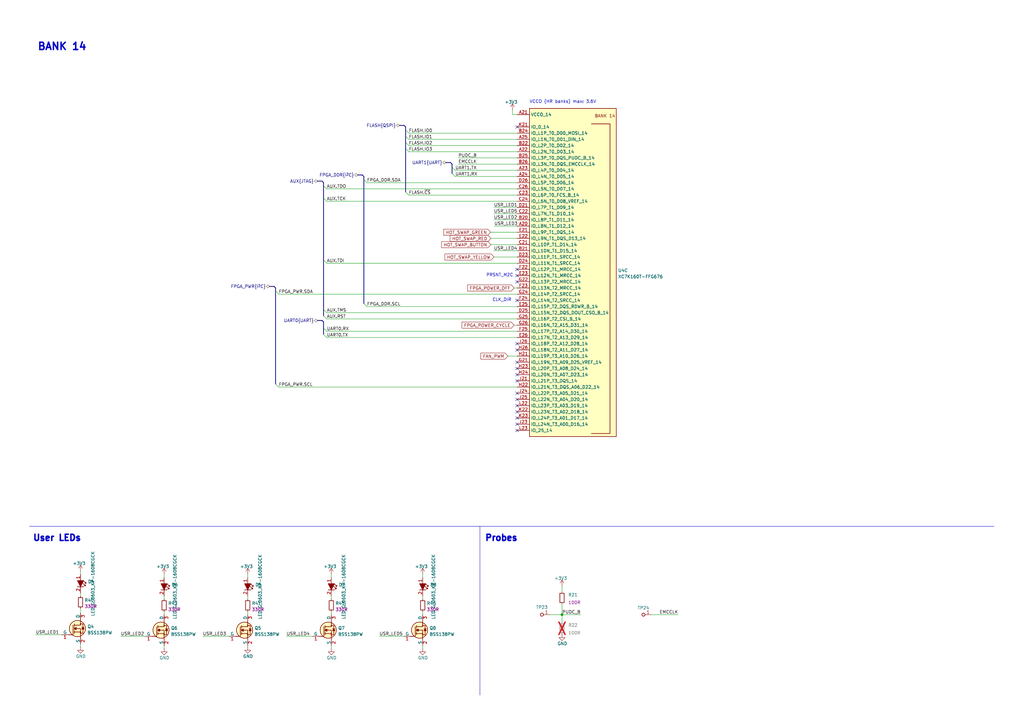
<source format=kicad_sch>
(kicad_sch (version 20230121) (generator eeschema)
  (paper "A3")
  (title_block (title "SO-DIMM DDR5 Tester") (date "2024-04-23") (rev "1.2.0") (comment 1 "www.antmicro.com") (comment 2 "Antmicro Ltd"))
  (junction (at 230.505 252.095))
  (no_connect (at 212.09 140.97))
  (no_connect (at 212.09 168.91))
  (no_connect (at 212.09 171.45))
  (no_connect (at 212.09 153.67))
  (no_connect (at 212.09 52.07))
  (no_connect (at 212.09 123.19))
  (no_connect (at 212.09 115.57))
  (no_connect (at 212.09 176.53))
  (no_connect (at 212.09 151.13))
  (no_connect (at 212.09 156.21))
  (no_connect (at 212.09 143.51))
  (no_connect (at 212.09 148.59))
  (no_connect (at 212.09 110.49))
  (no_connect (at 212.09 113.03))
  (no_connect (at 212.09 173.99))
  (no_connect (at 212.09 161.29))
  (no_connect (at 212.09 166.37))
  (no_connect (at 212.09 163.83))
  (bus_entry (at 132.715 134.62) (size 1.27 1.27))
  (bus_entry (at 185.42 68.58) (size 1.27 1.27))
  (bus_entry (at 132.715 106.68) (size 1.27 1.27))
  (bus_entry (at 166.37 60.96) (size 1.27 1.27))
  (bus_entry (at 132.715 137.16) (size 1.27 1.27))
  (bus_entry (at 166.37 58.42) (size 1.27 1.27))
  (bus_entry (at 132.715 81.28) (size 1.27 1.27))
  (bus_entry (at 113.03 157.48) (size 1.27 1.27))
  (bus_entry (at 149.225 73.66) (size 1.27 1.27))
  (bus_entry (at 149.225 124.46) (size 1.27 1.27))
  (bus_entry (at 185.42 71.12) (size 1.27 1.27))
  (bus_entry (at 113.03 119.38) (size 1.27 1.27))
  (bus_entry (at 132.715 76.2) (size 1.27 1.27))
  (bus_entry (at 166.37 53.34) (size 1.27 1.27))
  (bus_entry (at 132.715 129.54) (size 1.27 1.27))
  (bus_entry (at 132.715 127) (size 1.27 1.27))
  (bus_entry (at 166.37 78.74) (size 1.27 1.27))
  (bus_entry (at 166.37 55.88) (size 1.27 1.27))
  (wire (pts (xy 267.081 252.095) (xy 278.13 252.095)))
  (bus (pts (xy 112.395 117.475) (xy 113.03 118.11)))
  (wire (pts (xy 67.31 250.825) (xy 67.31 252.095)))
  (wire (pts (xy 167.64 54.61) (xy 212.09 54.61)))
  (wire (pts (xy 167.64 57.15) (xy 212.09 57.15)))
  (wire (pts (xy 67.31 244.475) (xy 67.31 245.745)))
  (wire (pts (xy 173.355 244.475) (xy 173.355 245.745)))
  (bus (pts (xy 146.685 71.755) (xy 148.59 71.755)))
  (wire (pts (xy 202.565 85.09) (xy 212.09 85.09)))
  (wire (pts (xy 155.575 260.985) (xy 165.735 260.985)))
  (bus (pts (xy 130.175 131.445) (xy 132.08 131.445)))
  (bus (pts (xy 163.83 51.435) (xy 165.735 51.435)))
  (bus (pts (xy 149.225 73.66) (xy 149.225 124.46)))
  (wire (pts (xy 33.02 249.555) (xy 33.02 251.46)))
  (bus (pts (xy 132.08 74.295) (xy 132.715 74.93)))
  (wire (pts (xy 210.82 133.35) (xy 212.09 133.35)))
  (wire (pts (xy 202.692 92.71) (xy 212.09 92.71)))
  (wire (pts (xy 186.69 69.85) (xy 212.09 69.85)))
  (wire (pts (xy 202.565 105.41) (xy 212.09 105.41)))
  (wire (pts (xy 173.355 250.825) (xy 173.355 252.095)))
  (wire (pts (xy 135.89 250.825) (xy 135.89 252.095)))
  (bus (pts (xy 130.175 74.295) (xy 132.08 74.295)))
  (bus (pts (xy 132.715 74.93) (xy 132.715 76.2)))
  (wire (pts (xy 33.02 264.16) (xy 33.02 265.43)))
  (wire (pts (xy 201.295 97.79) (xy 212.09 97.79)))
  (wire (pts (xy 33.02 243.205) (xy 33.02 244.475)))
  (bus (pts (xy 166.37 52.07) (xy 166.37 53.34)))
  (wire (pts (xy 101.6 235.585) (xy 101.6 236.855)))
  (wire (pts (xy 101.6 250.825) (xy 101.6 252.095)))
  (wire (pts (xy 230.505 240.411) (xy 230.505 242.697)))
  (wire (pts (xy 187.96 64.77) (xy 212.09 64.77)))
  (wire (pts (xy 167.64 59.69) (xy 212.09 59.69)))
  (bus (pts (xy 110.49 117.475) (xy 112.395 117.475)))
  (bus (pts (xy 113.03 118.11) (xy 113.03 119.38)))
  (bus (pts (xy 132.08 131.445) (xy 132.715 132.08)))
  (wire (pts (xy 135.89 244.475) (xy 135.89 245.745)))
  (bus (pts (xy 132.715 81.28) (xy 132.715 106.68)))
  (wire (pts (xy 208.28 146.05) (xy 212.09 146.05)))
  (wire (pts (xy 101.6 264.795) (xy 101.6 265.43)))
  (wire (pts (xy 49.53 260.985) (xy 59.69 260.985)))
  (polyline (pts (xy 196.85 215.9) (xy 407.67 215.9)))
  (wire (pts (xy 201.295 100.33) (xy 212.09 100.33)))
  (bus (pts (xy 182.88 66.675) (xy 184.785 66.675)))
  (wire (pts (xy 135.89 264.795) (xy 135.89 266.065)))
  (wire (pts (xy 150.495 125.73) (xy 212.09 125.73)))
  (bus (pts (xy 132.715 106.68) (xy 132.715 127)))
  (wire (pts (xy 133.985 82.55) (xy 212.09 82.55)))
  (wire (pts (xy 167.64 80.01) (xy 212.09 80.01)))
  (wire (pts (xy 187.96 67.31) (xy 212.09 67.31)))
  (wire (pts (xy 14.605 260.35) (xy 25.4 260.35)))
  (wire (pts (xy 133.985 135.89) (xy 212.09 135.89)))
  (wire (pts (xy 133.985 138.43) (xy 212.09 138.43)))
  (wire (pts (xy 173.355 264.795) (xy 173.355 266.065)))
  (bus (pts (xy 185.42 67.31) (xy 185.42 68.58)))
  (wire (pts (xy 83.185 260.985) (xy 93.98 260.985)))
  (wire (pts (xy 210.185 46.99) (xy 212.09 46.99)))
  (bus (pts (xy 184.785 66.675) (xy 185.42 67.31)))
  (bus (pts (xy 165.735 51.435) (xy 166.37 52.07)))
  (bus (pts (xy 132.715 134.62) (xy 132.715 137.16)))
  (bus (pts (xy 113.03 119.38) (xy 113.03 157.48)))
  (wire (pts (xy 230.505 247.777) (xy 230.505 252.095)))
  (bus (pts (xy 132.715 76.2) (xy 132.715 81.28)))
  (wire (pts (xy 230.505 255.143) (xy 230.505 252.095)))
  (bus (pts (xy 132.715 132.08) (xy 132.715 134.62)))
  (wire (pts (xy 133.985 77.47) (xy 212.09 77.47)))
  (wire (pts (xy 114.3 158.75) (xy 212.09 158.75)))
  (wire (pts (xy 210.82 118.11) (xy 212.09 118.11)))
  (wire (pts (xy 186.69 72.39) (xy 212.09 72.39)))
  (bus (pts (xy 166.37 60.96) (xy 166.37 78.74)))
  (bus (pts (xy 148.59 71.755) (xy 149.225 72.39)))
  (bus (pts (xy 149.225 72.39) (xy 149.225 73.66)))
  (polyline (pts (xy 12.065 215.9) (xy 196.85 215.9)))
  (wire (pts (xy 114.3 120.65) (xy 212.09 120.65)))
  (wire (pts (xy 67.31 264.795) (xy 67.31 266.065)))
  (wire (pts (xy 225.425 252.095) (xy 230.505 252.095)))
  (wire (pts (xy 33.02 234.315) (xy 33.02 235.585)))
  (bus (pts (xy 185.42 68.58) (xy 185.42 71.12)))
  (polyline (pts (xy 196.85 285.115) (xy 196.85 215.9)))
  (wire (pts (xy 210.185 45.085) (xy 210.185 46.99)))
  (bus (pts (xy 166.37 53.34) (xy 166.37 55.88)))
  (wire (pts (xy 202.565 87.63) (xy 212.09 87.63)))
  (bus (pts (xy 166.37 55.88) (xy 166.37 58.42)))
  (wire (pts (xy 133.985 128.27) (xy 212.09 128.27)))
  (wire (pts (xy 202.565 102.87) (xy 212.09 102.87)))
  (wire (pts (xy 167.64 62.23) (xy 212.09 62.23)))
  (bus (pts (xy 166.37 58.42) (xy 166.37 60.96)))
  (wire (pts (xy 67.31 235.585) (xy 67.31 236.855)))
  (wire (pts (xy 135.89 235.585) (xy 135.89 236.855)))
  (wire (pts (xy 230.505 252.095) (xy 238.125 252.095)))
  (wire (pts (xy 117.475 260.985) (xy 128.27 260.985)))
  (bus (pts (xy 132.715 127) (xy 132.715 129.54)))
  (wire (pts (xy 201.168 95.25) (xy 212.09 95.25)))
  (wire (pts (xy 150.495 74.93) (xy 212.09 74.93)))
  (wire (pts (xy 133.985 107.95) (xy 212.09 107.95)))
  (wire (pts (xy 202.565 90.17) (xy 212.09 90.17)))
  (wire (pts (xy 133.985 130.81) (xy 212.09 130.81)))
  (wire (pts (xy 173.355 235.585) (xy 173.355 236.855)))
  (wire (pts (xy 101.6 244.475) (xy 101.6 245.745)))
  (text "User LEDs" (at 13.335 222.25 0) (effects (font (size 2.54 2.54) (thickness 0.5994) bold) (justify left bottom)))
  (text "CLK_DIR" (at 201.93 123.825 0) (effects (font (size 1.27 1.27)) (justify left bottom)))
  (text "PRSNT_M2C" (at 199.39 113.665 0) (effects (font (size 1.27 1.27)) (justify left bottom)))
  (text "Probes" (at 198.755 222.25 0) (effects (font (size 2.54 2.54) (thickness 0.5994) bold) (justify left bottom)))
  (text "BANK 14" (at 15.24 20.955 0) (effects (font (size 2.9972 2.9972) (thickness 0.5994) bold) (justify left bottom)))
  (text "VCCO (HR banks) max: 3.6V" (at 217.17 42.545 0) (effects (font (size 1.27 1.27)) (justify left bottom)))
  (label "USR_LED5" (at 202.565 87.63 0))
  (label "FPGA_DDR.SDA" (at 150.495 74.93 0))
  (label "EMCCLK" (at 187.96 67.31 0))
  (label "USR_LED3" (at 83.185 260.985 0))
  (label "USR_LED2" (at 202.565 90.17 0))
  (label "FLASH.IO1" (at 167.64 57.15 0))
  (label "FPGA_PWR.SCL" (at 114.3 158.75 0))
  (label "EMCCLK" (at 278.13 252.095 180))
  (label "UART1.RX" (at 186.69 72.39 0))
  (label "FLASH.IO0" (at 167.64 54.61 0))
  (label "FPGA_DDR.SCL" (at 150.495 125.73 0))
  (label "USR_LED1" (at 14.605 260.35 0))
  (label "USR_LED3" (at 202.692 92.71 0))
  (label "USR_LED1" (at 202.565 85.09 0))
  (label "PUDC_B" (at 238.125 252.095 180))
  (label "FLASH.~{CS}" (at 167.64 80.01 0))
  (label "FPGA_PWR.SDA" (at 114.3 120.65 0))
  (label "USR_LED4" (at 202.565 102.87 0))
  (label "AUX.RST" (at 133.985 130.81 0))
  (label "UART0.TX" (at 133.985 138.43 0))
  (label "FLASH.IO2" (at 167.64 59.69 0))
  (label "AUX.TCK" (at 133.985 82.55 0))
  (label "UART0.RX" (at 133.985 135.89 0))
  (label "AUX.TMS" (at 133.985 128.27 0))
  (label "FLASH.IO3" (at 167.64 62.23 0))
  (label "USR_LED5" (at 155.575 260.985 0))
  (label "PUDC_B" (at 187.96 64.77 0))
  (label "USR_LED4" (at 117.475 260.985 0))
  (label "USR_LED2" (at 49.53 260.985 0))
  (label "UART1.TX" (at 186.69 69.85 0))
  (label "AUX.TDI" (at 133.985 107.95 0))
  (label "AUX.TDO" (at 133.985 77.47 0))
  (global_label "HOT_SWAP_YELLOW" (shape input) (at 202.565 105.41 180) (property "Intersheetrefs" "${INTERSHEET_REFS}" (at 182.5818 105.3306 0) (effects (justify right))))
  (global_label "FPGA_POWER_OFF" (shape input) (at 210.82 118.11 180) (property "Intersheetrefs" "${INTERSHEET_REFS}" (at 191.8648 118.0306 0) (effects (justify right))))
  (global_label "FPGA_POWER_CYCLE" (shape input) (at 210.82 133.35 180) (property "Intersheetrefs" "${INTERSHEET_REFS}" (at 189.5668 133.2706 0) (effects (justify right))))
  (global_label "HOT_SWAP_GREEN" (shape input) (at 201.168 95.25 180) (property "Intersheetrefs" "${INTERSHEET_REFS}" (at 182.0919 95.1706 0) (effects (justify right))))
  (global_label "HOT_SWAP_RED" (shape input) (at 201.295 97.79 180) (property "Intersheetrefs" "${INTERSHEET_REFS}" (at 184.6984 97.7106 0) (effects (justify right))))
  (global_label "HOT_SWAP_BUTTON" (shape input) (at 201.295 100.33 180) (property "Intersheetrefs" "${INTERSHEET_REFS}" (at 181.1908 100.4094 0) (effects (justify right))))
  (global_label "FAN_PWM" (shape input) (at 208.28 146.05 180) (property "Intersheetrefs" "${INTERSHEET_REFS}" (at 197.3077 145.9706 0) (effects (justify right))))
  (hierarchical_label "AUX{JTAG}" (shape bidirectional) (at 130.175 74.295 180))
  (hierarchical_label "FPGA_DDR{I^{2}C}" (shape bidirectional) (at 146.685 71.755 180))
  (hierarchical_label "FLASH{QSPI}" (shape bidirectional) (at 163.83 51.435 180))
  (hierarchical_label "UART1{UART}" (shape bidirectional) (at 182.88 66.675 180))
  (hierarchical_label "UART0{UART}" (shape bidirectional) (at 130.175 131.445 180))
  (hierarchical_label "FPGA_PWR{I^{2}C}" (shape bidirectional) (at 110.49 117.475 180))
  (symbol (lib_id "antmicroTestPoints:TP_1mm_SMD") (at 267.081 252.095 180) (unit 1)
    (property "Reference" "TP24" (at 263.906 249.301 0))
    (property "Value" "TP_1mm_SMD" (effects hide))
    (property "Footprint" "antmicro-footprints:TP_SMD_1mm" (effects hide))
    (property "Author" "Antmicro" (effects hide))
    (property "License" "Apache-2.0" (effects hide))
  )
  (symbol (lib_id "antmicroResistors0402:R_330R_0402") (at 135.89 245.745 270) (unit 1)
    (property "Reference" "R45" (at 137.541 247.4544 90) (effects (justify left)))
    (property "Value" "R_330R_0402" (effects hide))
    (property "Footprint" "antmicro-footprints:R_0402_1005Metric" (effects hide))
    (property "Datasheet" "https://www.bourns.com/docs/product-datasheets/cr.pdf" (effects hide))
    (property "Manufacturer" "Bourns" (effects hide))
    (property "MPN" "CR0402-FX-3300GLF" (effects hide))
    (property "Val" "330R" (at 137.541 249.9847 90) (effects (justify left)))
    (property "License" "Apache-2.0" (effects hide))
    (property "Author" "Antmicro" (effects hide))
    (property "Tolerance" "1%" (effects hide))
  )
  (symbol (lib_id "antmicroTransistorsFETsMOSFETsSingle:BSS138PW") (at 128.27 260.985 0) (unit 1)
    (property "Reference" "Q7" (at 138.684 257.6144 0) (effects (justify left)))
    (property "Value" "BSS138PW" (at 138.684 260.1447 0) (effects (justify left)))
    (property "Footprint" "antmicro-footprints:SC70-3" (effects hide))
    (property "Datasheet" "https://assets.nexperia.com/documents/data-sheet/BSS138PW.pdf" (effects hide))
    (property "MPN" "BSS138PW" (effects hide))
    (property "Manufacturer" "Nexperia" (effects hide))
    (property "Author" "Antmicro" (effects hide))
    (property "License" "Apache-2.0" (effects hide))
  )
  (symbol (lib_id "antmicroTransistorsFETsMOSFETsSingle:BSS138PW") (at 25.4 260.35 0) (unit 1)
    (property "Reference" "Q4" (at 35.814 256.9794 0) (effects (justify left)))
    (property "Value" "BSS138PW" (at 35.814 259.5097 0) (effects (justify left)))
    (property "Footprint" "antmicro-footprints:SC70-3" (effects hide))
    (property "Datasheet" "https://assets.nexperia.com/documents/data-sheet/BSS138PW.pdf" (effects hide))
    (property "MPN" "BSS138PW" (effects hide))
    (property "Manufacturer" "Nexperia" (effects hide))
    (property "Author" "Antmicro" (effects hide))
    (property "License" "Apache-2.0" (effects hide))
  )
  (symbol (lib_id "antmicroResistors0402:R_100R_0402") (at 230.505 255.143 270) (unit 1) (in_bom no) (dnp yes)
    (property "Reference" "R22" (at 233.045 256.413 90) (effects (justify left)))
    (property "Value" "R_100R_0402" (effects hide))
    (property "Footprint" "antmicro-footprints:R_0402_1005Metric" (effects hide))
    (property "Datasheet" "https://www.bourns.com/docs/product-datasheets/cr.pdf" (effects hide))
    (property "Manufacturer" "Bourns" (effects hide))
    (property "MPN" "CR0402-FX-1000GLF" (effects hide))
    (property "Val" "100R" (at 233.045 259.5879 90) (effects (justify left)))
    (property "License" "Apache-2.0" (effects hide))
    (property "Author" "Antmicro" (effects hide))
    (property "Tolerance" "1%" (effects hide))
    (property "DNP" "DNP" (at 230.505 257.683 0))
  )
  (symbol (lib_id "antmicropower:+3V3") (at 210.185 45.085 0) (unit 1)
    (property "Reference" "#PWR0237" (effects hide))
    (property "Value" "+3V3" (at 207.01 42.545 0) (effects (justify left bottom)))
    (property "Author" "Antmicro" (effects hide))
    (property "License" "Apache-2.0" (effects hide))
  )
  (symbol (lib_id "antmicroResistors0402:R_330R_0402") (at 173.355 245.745 270) (unit 1)
    (property "Reference" "R46" (at 175.006 247.4544 90) (effects (justify left)))
    (property "Value" "R_330R_0402" (effects hide))
    (property "Footprint" "antmicro-footprints:R_0402_1005Metric" (effects hide))
    (property "Datasheet" "https://www.bourns.com/docs/product-datasheets/cr.pdf" (effects hide))
    (property "Manufacturer" "Bourns" (effects hide))
    (property "MPN" "CR0402-FX-3300GLF" (effects hide))
    (property "Val" "330R" (at 175.006 249.9847 90) (effects (justify left)))
    (property "License" "Apache-2.0" (effects hide))
    (property "Author" "Antmicro" (effects hide))
    (property "Tolerance" "1%" (effects hide))
  )
  (symbol (lib_id "antmicropower:+3V3") (at 33.02 234.315 0) (unit 1)
    (property "Reference" "#PWR0427" (effects hide))
    (property "Value" "+3V3" (at 29.845 231.775 0) (effects (justify left bottom)))
    (property "Author" "Antmicro" (effects hide))
    (property "License" "Apache-2.0" (effects hide))
  )
  (symbol (lib_id "antmicropower:GND") (at 33.02 265.43 0) (unit 1)
    (property "Reference" "#PWR0428" (effects hide))
    (property "Value" "GND" (at 31.115 269.875 0) (effects (justify left bottom)))
    (property "Author" "Antmicro" (effects hide))
    (property "License" "Apache-2.0" (effects hide))
  )
  (symbol (lib_id "antmicropower:+3V3") (at 173.355 235.585 0) (unit 1)
    (property "Reference" "#PWR0433" (effects hide))
    (property "Value" "+3V3" (at 170.18 233.045 0) (effects (justify left bottom)))
    (property "Author" "Antmicro" (effects hide))
    (property "License" "Apache-2.0" (effects hide))
  )
  (symbol (lib_id "antmicropower:+3V3") (at 135.89 235.585 0) (unit 1)
    (property "Reference" "#PWR0435" (effects hide))
    (property "Value" "+3V3" (at 132.715 233.045 0) (effects (justify left bottom)))
    (property "Author" "Antmicro" (effects hide))
    (property "License" "Apache-2.0" (effects hide))
  )
  (symbol (lib_id "antmicroTestPoints:TP_1mm_SMD") (at 225.425 252.095 180) (unit 1)
    (property "Reference" "TP23" (at 222.25 249.047 0))
    (property "Value" "TP_1mm_SMD" (effects hide))
    (property "Footprint" "antmicro-footprints:TP_SMD_1mm" (effects hide))
    (property "Author" "Antmicro" (effects hide))
    (property "License" "Apache-2.0" (effects hide))
  )
  (symbol (lib_id "antmicroLEDIndicationDiscrete:LED_G_0603_KP-1608CGCK") (at 67.31 236.855 270) (unit 1)
    (property "Reference" "D6" (at 70.358 239.8344 90) (effects (justify left)))
    (property "Value" "LED_G_0603_KP-1608CGCK" (at 71.755 240.665 0))
    (property "Footprint" "antmicro-footprints:LED_0603_1608Metric_G" (effects hide))
    (property "Datasheet" "http://www.farnell.com/datasheets/2045956.pdf" (effects hide))
    (property "MPN" "KP-1608CGCK" (effects hide))
    (property "Manufacturer" "Kingbright" (effects hide))
    (property "Author" "Antmicro" (effects hide))
    (property "License" "Apache-2.0" (effects hide))
  )
  (symbol (lib_id "antmicropower:GND") (at 101.6 265.43 0) (unit 1)
    (property "Reference" "#PWR0430" (effects hide))
    (property "Value" "GND" (at 99.695 269.875 0) (effects (justify left bottom)))
    (property "Author" "Antmicro" (effects hide))
    (property "License" "Apache-2.0" (effects hide))
  )
  (symbol (lib_id "antmicroFPGAChips:XC7K160T-FFG676") (at 212.09 46.99 0) (unit 3)
    (property "Reference" "U4" (at 253.492 110.9294 0) (effects (justify left)))
    (property "Value" "XC7K160T-FFG676" (at 253.492 113.4597 0) (effects (justify left)))
    (property "Footprint" "antmicro-footprints:BGA-676_27x27mm_Layout26x26_P1x1mm_FFG676" (effects hide))
    (property "Datasheet" "https://docs.xilinx.com/v/u/en-US/ds180_7Series_Overview" (effects hide))
    (property "MPN" "XC7K160T-FFG676" (effects hide))
    (property "Author" "Antmicro" (effects hide))
    (property "License" "Apache-2.0" (effects hide))
    (property "Manufacturer" "AMD-Xilinx" (effects hide))
  )
  (symbol (lib_id "antmicroResistors0402:R_100R_0402") (at 230.505 242.697 270) (unit 1)
    (property "Reference" "R21" (at 233.045 243.967 90) (effects (justify left)))
    (property "Value" "R_100R_0402" (effects hide))
    (property "Footprint" "antmicro-footprints:R_0402_1005Metric" (effects hide))
    (property "Datasheet" "https://www.bourns.com/docs/product-datasheets/cr.pdf" (effects hide))
    (property "Manufacturer" "Bourns" (effects hide))
    (property "MPN" "CR0402-FX-1000GLF" (effects hide))
    (property "Val" "100R" (at 233.045 247.1419 90) (effects (justify left)))
    (property "License" "Apache-2.0" (effects hide))
    (property "Author" "Antmicro" (effects hide))
    (property "Tolerance" "1%" (effects hide))
  )
  (symbol (lib_id "antmicroTransistorsFETsMOSFETsSingle:BSS138PW") (at 165.735 260.985 0) (unit 1)
    (property "Reference" "Q8" (at 176.149 257.6144 0) (effects (justify left)))
    (property "Value" "BSS138PW" (at 176.149 260.1447 0) (effects (justify left)))
    (property "Footprint" "antmicro-footprints:SC70-3" (effects hide))
    (property "Datasheet" "https://assets.nexperia.com/documents/data-sheet/BSS138PW.pdf" (effects hide))
    (property "MPN" "BSS138PW" (effects hide))
    (property "Manufacturer" "Nexperia" (effects hide))
    (property "Author" "Antmicro" (effects hide))
    (property "License" "Apache-2.0" (effects hide))
  )
  (symbol (lib_id "antmicropower:+3V3") (at 230.505 240.411 0) (unit 1)
    (property "Reference" "#PWR030" (effects hide))
    (property "Value" "+3V3" (at 227.33 237.871 0) (effects (justify left bottom)))
    (property "Author" "Antmicro" (effects hide))
    (property "License" "Apache-2.0" (effects hide))
  )
  (symbol (lib_id "antmicroLEDIndicationDiscrete:LED_G_0603_KP-1608CGCK") (at 135.89 236.855 270) (unit 1)
    (property "Reference" "D7" (at 138.938 239.8344 90) (effects (justify left)))
    (property "Value" "LED_G_0603_KP-1608CGCK" (at 140.97 240.665 0))
    (property "Footprint" "antmicro-footprints:LED_0603_1608Metric_G" (effects hide))
    (property "Datasheet" "http://www.farnell.com/datasheets/2045956.pdf" (effects hide))
    (property "MPN" "KP-1608CGCK" (effects hide))
    (property "Manufacturer" "Kingbright" (effects hide))
    (property "Author" "Antmicro" (effects hide))
    (property "License" "Apache-2.0" (effects hide))
  )
  (symbol (lib_id "antmicropower:GND") (at 67.31 266.065 0) (unit 1)
    (property "Reference" "#PWR0434" (effects hide))
    (property "Value" "GND" (at 65.405 270.51 0) (effects (justify left bottom)))
    (property "Author" "Antmicro" (effects hide))
    (property "License" "Apache-2.0" (effects hide))
  )
  (symbol (lib_id "antmicroResistors0402:R_330R_0402") (at 101.6 245.745 270) (unit 1)
    (property "Reference" "R41" (at 103.251 247.4544 90) (effects (justify left)))
    (property "Value" "R_330R_0402" (effects hide))
    (property "Footprint" "antmicro-footprints:R_0402_1005Metric" (effects hide))
    (property "Datasheet" "https://www.bourns.com/docs/product-datasheets/cr.pdf" (effects hide))
    (property "Manufacturer" "Bourns" (effects hide))
    (property "MPN" "CR0402-FX-3300GLF" (effects hide))
    (property "Val" "330R" (at 103.251 249.9847 90) (effects (justify left)))
    (property "License" "Apache-2.0" (effects hide))
    (property "Author" "Antmicro" (effects hide))
    (property "Tolerance" "1%" (effects hide))
  )
  (symbol (lib_id "antmicropower:GND") (at 173.355 266.065 0) (unit 1)
    (property "Reference" "#PWR0431" (effects hide))
    (property "Value" "GND" (at 171.45 270.51 0) (effects (justify left bottom)))
    (property "Author" "Antmicro" (effects hide))
    (property "License" "Apache-2.0" (effects hide))
  )
  (symbol (lib_id "antmicroLEDIndicationDiscrete:LED_G_0603_KP-1608CGCK") (at 33.02 235.585 270) (unit 1)
    (property "Reference" "D4" (at 36.068 238.5644 90) (effects (justify left)))
    (property "Value" "LED_G_0603_KP-1608CGCK" (at 38.1 239.395 0))
    (property "Footprint" "antmicro-footprints:LED_0603_1608Metric_G" (effects hide))
    (property "Datasheet" "http://www.farnell.com/datasheets/2045956.pdf" (effects hide))
    (property "MPN" "KP-1608CGCK" (effects hide))
    (property "Manufacturer" "Kingbright" (effects hide))
    (property "Author" "Antmicro" (effects hide))
    (property "License" "Apache-2.0" (effects hide))
  )
  (symbol (lib_id "antmicropower:+3V3") (at 101.6 235.585 0) (unit 1)
    (property "Reference" "#PWR0426" (effects hide))
    (property "Value" "+3V3" (at 98.425 233.045 0) (effects (justify left bottom)))
    (property "Author" "Antmicro" (effects hide))
    (property "License" "Apache-2.0" (effects hide))
  )
  (symbol (lib_id "antmicroTransistorsFETsMOSFETsSingle:BSS138PW") (at 93.98 260.985 0) (unit 1)
    (property "Reference" "Q5" (at 104.394 257.6144 0) (effects (justify left)))
    (property "Value" "BSS138PW" (at 104.394 260.1447 0) (effects (justify left)))
    (property "Footprint" "antmicro-footprints:SC70-3" (effects hide))
    (property "Datasheet" "https://assets.nexperia.com/documents/data-sheet/BSS138PW.pdf" (effects hide))
    (property "MPN" "BSS138PW" (effects hide))
    (property "Manufacturer" "Nexperia" (effects hide))
    (property "Author" "Antmicro" (effects hide))
    (property "License" "Apache-2.0" (effects hide))
  )
  (symbol (lib_id "antmicroTransistorsFETsMOSFETsSingle:BSS138PW") (at 59.69 260.985 0) (unit 1)
    (property "Reference" "Q6" (at 70.104 257.6144 0) (effects (justify left)))
    (property "Value" "BSS138PW" (at 70.104 260.1447 0) (effects (justify left)))
    (property "Footprint" "antmicro-footprints:SC70-3" (effects hide))
    (property "Datasheet" "https://assets.nexperia.com/documents/data-sheet/BSS138PW.pdf" (effects hide))
    (property "MPN" "BSS138PW" (effects hide))
    (property "Manufacturer" "Nexperia" (effects hide))
    (property "Author" "Antmicro" (effects hide))
    (property "License" "Apache-2.0" (effects hide))
  )
  (symbol (lib_id "antmicropower:GND") (at 135.89 266.065 0) (unit 1)
    (property "Reference" "#PWR0432" (effects hide))
    (property "Value" "GND" (at 133.985 270.51 0) (effects (justify left bottom)))
    (property "Author" "Antmicro" (effects hide))
    (property "License" "Apache-2.0" (effects hide))
  )
  (symbol (lib_id "antmicroResistors0402:R_330R_0402") (at 33.02 244.475 270) (unit 1)
    (property "Reference" "R40" (at 34.671 246.1844 90) (effects (justify left)))
    (property "Value" "R_330R_0402" (effects hide))
    (property "Footprint" "antmicro-footprints:R_0402_1005Metric" (effects hide))
    (property "Datasheet" "https://www.bourns.com/docs/product-datasheets/cr.pdf" (effects hide))
    (property "Manufacturer" "Bourns" (effects hide))
    (property "MPN" "CR0402-FX-3300GLF" (effects hide))
    (property "Val" "330R" (at 34.671 248.7147 90) (effects (justify left)))
    (property "License" "Apache-2.0" (effects hide))
    (property "Author" "Antmicro" (effects hide))
    (property "Tolerance" "1%" (effects hide))
  )
  (symbol (lib_id "antmicropower:+3V3") (at 67.31 235.585 0) (unit 1)
    (property "Reference" "#PWR0429" (effects hide))
    (property "Value" "+3V3" (at 64.135 233.045 0) (effects (justify left bottom)))
    (property "Author" "Antmicro" (effects hide))
    (property "License" "Apache-2.0" (effects hide))
  )
  (symbol (lib_id "antmicroLEDIndicationDiscrete:LED_G_0603_KP-1608CGCK") (at 101.6 236.855 270) (unit 1)
    (property "Reference" "D5" (at 104.648 239.8344 90) (effects (justify left)))
    (property "Value" "LED_G_0603_KP-1608CGCK" (at 106.68 240.665 0))
    (property "Footprint" "antmicro-footprints:LED_0603_1608Metric_G" (effects hide))
    (property "Datasheet" "http://www.farnell.com/datasheets/2045956.pdf" (effects hide))
    (property "MPN" "KP-1608CGCK" (effects hide))
    (property "Manufacturer" "Kingbright" (effects hide))
    (property "Author" "Antmicro" (effects hide))
    (property "License" "Apache-2.0" (effects hide))
  )
  (symbol (lib_id "antmicropower:GND") (at 230.505 260.223 0) (unit 1)
    (property "Reference" "#PWR031" (effects hide))
    (property "Value" "GND" (at 228.6 264.668 0) (effects (justify left bottom)))
    (property "Author" "Antmicro" (effects hide))
    (property "License" "Apache-2.0" (effects hide))
  )
  (symbol (lib_id "antmicroResistors0402:R_330R_0402") (at 67.31 245.745 270) (unit 1)
    (property "Reference" "R42" (at 68.961 247.4544 90) (effects (justify left)))
    (property "Value" "R_330R_0402" (effects hide))
    (property "Footprint" "antmicro-footprints:R_0402_1005Metric" (effects hide))
    (property "Datasheet" "https://www.bourns.com/docs/product-datasheets/cr.pdf" (effects hide))
    (property "Manufacturer" "Bourns" (effects hide))
    (property "MPN" "CR0402-FX-3300GLF" (effects hide))
    (property "Val" "330R" (at 68.961 249.9847 90) (effects (justify left)))
    (property "License" "Apache-2.0" (effects hide))
    (property "Author" "Antmicro" (effects hide))
    (property "Tolerance" "1%" (effects hide))
  )
  (symbol (lib_id "antmicroLEDIndicationDiscrete:LED_G_0603_KP-1608CGCK") (at 173.355 236.855 270) (unit 1)
    (property "Reference" "D8" (at 176.403 239.8344 90) (effects (justify left)))
    (property "Value" "LED_G_0603_KP-1608CGCK" (at 177.8 240.665 0))
    (property "Footprint" "antmicro-footprints:LED_0603_1608Metric_G" (effects hide))
    (property "Datasheet" "http://www.farnell.com/datasheets/2045956.pdf" (effects hide))
    (property "MPN" "KP-1608CGCK" (effects hide))
    (property "Manufacturer" "Kingbright" (effects hide))
    (property "Author" "Antmicro" (effects hide))
    (property "License" "Apache-2.0" (effects hide))
  )
)
</source>
